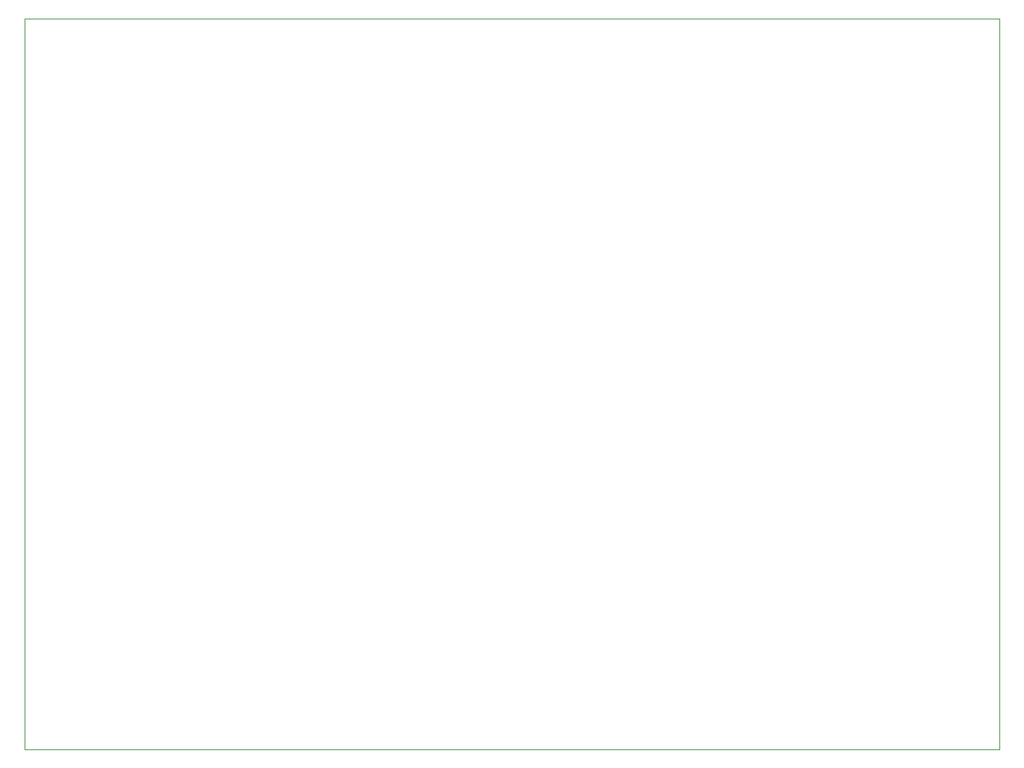
<source format=gbr>
%TF.GenerationSoftware,KiCad,Pcbnew,7.0.9-7.0.9~ubuntu20.04.1*%
%TF.CreationDate,2025-02-15T01:00:42+01:00*%
%TF.ProjectId,main_board_proto,6d61696e-5f62-46f6-9172-645f70726f74,rev?*%
%TF.SameCoordinates,Original*%
%TF.FileFunction,Profile,NP*%
%FSLAX46Y46*%
G04 Gerber Fmt 4.6, Leading zero omitted, Abs format (unit mm)*
G04 Created by KiCad (PCBNEW 7.0.9-7.0.9~ubuntu20.04.1) date 2025-02-15 01:00:42*
%MOMM*%
%LPD*%
G01*
G04 APERTURE LIST*
%TA.AperFunction,Profile*%
%ADD10C,0.100000*%
%TD*%
G04 APERTURE END LIST*
D10*
X47625000Y-42799000D02*
X158242000Y-42799000D01*
X158242000Y-125857000D01*
X47625000Y-125857000D01*
X47625000Y-42799000D01*
M02*

</source>
